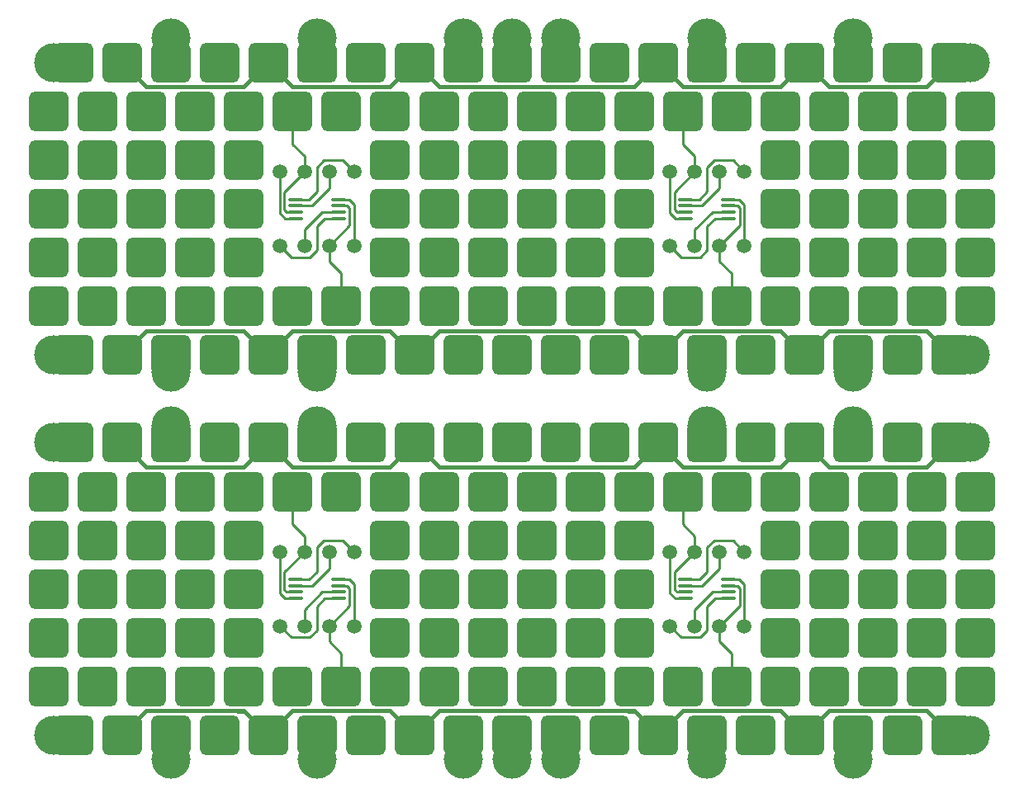
<source format=gbl>
G04*
G04 #@! TF.GenerationSoftware,Altium Limited,Altium Designer,24.6.1 (21)*
G04*
G04 Layer_Physical_Order=2*
G04 Layer_Color=16711680*
%FSLAX44Y44*%
%MOMM*%
G71*
G04*
G04 #@! TF.SameCoordinates,801A7B55-1520-438C-8D58-620F3B385FE8*
G04*
G04*
G04 #@! TF.FilePolarity,Positive*
G04*
G01*
G75*
%ADD18C,0.4500*%
%ADD19C,0.2500*%
G04:AMPARAMS|DCode=20|XSize=4mm|YSize=4mm|CornerRadius=0.5mm|HoleSize=0mm|Usage=FLASHONLY|Rotation=0.000|XOffset=0mm|YOffset=0mm|HoleType=Round|Shape=RoundedRectangle|*
%AMROUNDEDRECTD20*
21,1,4.0000,3.0000,0,0,0.0*
21,1,3.0000,4.0000,0,0,0.0*
1,1,1.0000,1.5000,-1.5000*
1,1,1.0000,-1.5000,-1.5000*
1,1,1.0000,-1.5000,1.5000*
1,1,1.0000,1.5000,1.5000*
%
%ADD20ROUNDEDRECTD20*%
%ADD21C,1.5000*%
%ADD22C,4.0000*%
G04:AMPARAMS|DCode=23|XSize=0.38mm|YSize=1.45mm|CornerRadius=0.095mm|HoleSize=0mm|Usage=FLASHONLY|Rotation=90.000|XOffset=0mm|YOffset=0mm|HoleType=Round|Shape=RoundedRectangle|*
%AMROUNDEDRECTD23*
21,1,0.3800,1.2600,0,0,90.0*
21,1,0.1900,1.4500,0,0,90.0*
1,1,0.1900,0.6300,0.0950*
1,1,0.1900,0.6300,-0.0950*
1,1,0.1900,-0.6300,-0.0950*
1,1,0.1900,-0.6300,0.0950*
%
%ADD23ROUNDEDRECTD23*%
D18*
X625000Y-125000D02*
X650000Y-150000D01*
X500000D02*
X525000Y-125000D01*
X625000D01*
X-175000D02*
X-75000D01*
X-200000Y-150000D02*
X-175000Y-125000D01*
X-75000D02*
X-50000Y-150000D01*
X-25000Y-265000D02*
X75000D01*
X-81065Y-515500D02*
X-80819Y-515746D01*
X-74254D01*
X-25000Y-515000D02*
X75000D01*
X375000Y-265000D02*
X475000D01*
X318935Y-515500D02*
X319181Y-515746D01*
X325746D01*
X375000Y-515000D02*
X475000D01*
X375000Y125000D02*
X475000D01*
X375000Y-125000D02*
X475000D01*
X650000Y-540000D02*
X670000D01*
X650000Y-240000D02*
X670000D01*
X475000Y-125000D02*
X500000Y-150000D01*
X650000D02*
X670000D01*
X650000Y150000D02*
X670000D01*
X-200000Y-240000D02*
X-175000Y-265000D01*
X-75000D01*
X-25000D02*
X75000D01*
X-50000Y-240000D02*
X-25000Y-265000D01*
X125000D02*
X325000D01*
X100000Y-240000D02*
X125000Y-265000D01*
X350000Y-240000D02*
X375000Y-265000D01*
X475000D01*
X500000Y-240000D02*
X525000Y-265000D01*
X625000D01*
X350000Y-150000D02*
X375000Y-125000D01*
X475000D01*
X325000D02*
X350000Y-150000D01*
X-25000Y-125000D02*
X75000D01*
X-50000Y-150000D02*
X-25000Y-125000D01*
X-200000Y-150000D02*
Y-150000D01*
X100000Y-150000D02*
X125000Y-125000D01*
X-200000Y-540000D02*
X-175000Y-515000D01*
X-75000D01*
X-50000Y-540000D01*
X-25000Y-515000D01*
X75000D01*
X100000Y-540000D01*
X125000Y-515000D01*
X325000D01*
X350000Y-540000D01*
X375000Y-515000D01*
X475000D01*
X500000Y-540000D01*
X525000Y-515000D01*
X625000D01*
X650000Y-540000D01*
X-75000Y-265000D02*
X-50000Y-240000D01*
X75000Y-265000D02*
X100000Y-240000D01*
X325000Y-265000D02*
X350000Y-240000D01*
X475000Y-265000D02*
X500000Y-240000D01*
X625000Y-265000D02*
X650000Y-240000D01*
X125000Y-125000D02*
X325000D01*
X75000D02*
X100000Y-150000D01*
X625000Y125000D02*
X650000Y150000D01*
X525000Y125000D02*
X625000D01*
X500000Y150000D02*
X525000Y125000D01*
X475000D02*
X500000Y150000D01*
X375000Y125000D02*
X475000D01*
X350000Y150000D02*
X375000Y125000D01*
X325000D02*
X350000Y150000D01*
X125000Y125000D02*
X325000D01*
X100000Y150000D02*
X125000Y125000D01*
X75000D02*
X100000Y150000D01*
X-25000Y125000D02*
X75000D01*
X-50000Y150000D02*
X-25000Y125000D01*
X-75000D02*
X-50000Y150000D01*
X-175000Y125000D02*
X-75000D01*
X-200000Y150000D02*
X-175000Y125000D01*
D19*
X0Y-372250D02*
Y-347500D01*
X-32750Y-399750D02*
X-22000D01*
X-38100Y-394400D02*
X-32750Y-399750D01*
X-31000Y-393250D02*
X-22000D01*
X-38100Y-394400D02*
Y-351900D01*
X-33500Y-390750D02*
X-31000Y-393250D01*
X-33500Y-372700D02*
X-12700Y-351900D01*
X-33500Y-390750D02*
Y-372700D01*
X33500Y-389250D02*
X33500Y-407300D01*
X12700Y-428100D02*
X33500Y-407300D01*
X31000Y-386750D02*
X33500Y-389250D01*
X38100Y-428100D02*
X38100Y-385600D01*
X22000Y-386750D02*
X31000Y-386750D01*
X32750Y-380250D02*
X38100Y-385600D01*
X22000Y-380250D02*
X32750Y-380250D01*
X7250Y-340250D02*
X26450D01*
X0Y-347500D02*
X7250Y-340250D01*
X26450D02*
X38100Y-351900D01*
X12700Y-443950D02*
X25000Y-456250D01*
Y-490000D02*
Y-456250D01*
X12700Y-443950D02*
Y-428100D01*
Y-428100D01*
X-12700Y-351900D02*
Y-336050D01*
X-25000Y-323750D02*
Y-290000D01*
Y-323750D02*
X-12700Y-336050D01*
X12700Y-368800D02*
Y-351900D01*
X-5250Y-386750D02*
X12700Y-368800D01*
X-22000Y-386750D02*
X-5250D01*
X-8000Y-380250D02*
X0Y-372250D01*
X-22000Y-380250D02*
X-8000D01*
X8000Y-399750D02*
X22000D01*
X0Y-407750D02*
X8000Y-399750D01*
X5250Y-393250D02*
X22000D01*
X-12700Y-411200D02*
X5250Y-393250D01*
X-12700Y-428100D02*
Y-411200D01*
X-38100Y-428100D02*
X-26450Y-439750D01*
X-7250D02*
X0Y-432500D01*
X-26450Y-439750D02*
X-7250D01*
X0Y-432500D02*
Y-407750D01*
X400000Y-372250D02*
Y-347500D01*
X367250Y-399750D02*
X378000D01*
X361900Y-394400D02*
X367250Y-399750D01*
X369000Y-393250D02*
X378000D01*
X361900Y-394400D02*
Y-351900D01*
X366500Y-390750D02*
X369000Y-393250D01*
X366500Y-372700D02*
X387300Y-351900D01*
X366500Y-390750D02*
Y-372700D01*
X433500Y-389250D02*
X433500Y-407300D01*
X412700Y-428100D02*
X433500Y-407300D01*
X431000Y-386750D02*
X433500Y-389250D01*
X438100Y-428100D02*
X438100Y-385600D01*
X422000Y-386750D02*
X431000Y-386750D01*
X432750Y-380250D02*
X438100Y-385600D01*
X422000Y-380250D02*
X432750Y-380250D01*
X407250Y-340250D02*
X426450D01*
X400000Y-347500D02*
X407250Y-340250D01*
X426450D02*
X438100Y-351900D01*
X412700Y-443950D02*
X425000Y-456250D01*
Y-490000D02*
Y-456250D01*
X412700Y-443950D02*
Y-428100D01*
Y-428100D01*
X387300Y-351900D02*
Y-336050D01*
X375000Y-323750D02*
Y-290000D01*
Y-323750D02*
X387300Y-336050D01*
X412700Y-368800D02*
Y-351900D01*
X394750Y-386750D02*
X412700Y-368800D01*
X378000Y-386750D02*
X394750D01*
X392000Y-380250D02*
X400000Y-372250D01*
X378000Y-380250D02*
X392000D01*
X408000Y-399750D02*
X422000D01*
X400000Y-407750D02*
X408000Y-399750D01*
X405250Y-393250D02*
X422000D01*
X387300Y-411200D02*
X405250Y-393250D01*
X387300Y-428100D02*
Y-411200D01*
X361900Y-428100D02*
X373550Y-439750D01*
X392750D02*
X400000Y-432500D01*
X373550Y-439750D02*
X392750D01*
X400000Y-432500D02*
Y-407750D01*
Y17750D02*
Y42500D01*
X367250Y-9750D02*
X378000D01*
X361900Y-4400D02*
X367250Y-9750D01*
X369000Y-3250D02*
X378000D01*
X361900Y-4400D02*
Y38100D01*
X366500Y-750D02*
X369000Y-3250D01*
X366500Y17300D02*
X387300Y38100D01*
X366500Y-750D02*
Y17300D01*
X433500Y750D02*
X433500Y-17300D01*
X412700Y-38100D02*
X433500Y-17300D01*
X431000Y3250D02*
X433500Y750D01*
X438100Y-38100D02*
X438100Y4400D01*
X422000Y3250D02*
X431000Y3250D01*
X432750Y9750D02*
X438100Y4400D01*
X422000Y9750D02*
X432750Y9750D01*
X407250Y49750D02*
X426450D01*
X400000Y42500D02*
X407250Y49750D01*
X426450D02*
X438100Y38100D01*
X412700Y-53950D02*
X425000Y-66250D01*
Y-100000D02*
Y-66250D01*
X412700Y-53950D02*
Y-38100D01*
Y-38100D01*
X387300Y38100D02*
Y53950D01*
X375000Y66250D02*
Y100000D01*
Y66250D02*
X387300Y53950D01*
X412700Y21200D02*
Y38100D01*
X394750Y3250D02*
X412700Y21200D01*
X378000Y3250D02*
X394750D01*
X392000Y9750D02*
X400000Y17750D01*
X378000Y9750D02*
X392000D01*
X408000Y-9750D02*
X422000D01*
X400000Y-17750D02*
X408000Y-9750D01*
X405250Y-3250D02*
X422000D01*
X387300Y-21200D02*
X405250Y-3250D01*
X387300Y-38100D02*
Y-21200D01*
X361900Y-38100D02*
X373550Y-49750D01*
X392750D02*
X400000Y-42500D01*
X373550Y-49750D02*
X392750D01*
X400000Y-42500D02*
Y-17750D01*
X0Y-42500D02*
Y-17750D01*
X-26450Y-49750D02*
X-7250D01*
X0Y-42500D01*
X-38100Y-38100D02*
X-26450Y-49750D01*
X-12700Y-38100D02*
Y-21200D01*
X5250Y-3250D01*
X22000D01*
X0Y-17750D02*
X8000Y-9750D01*
X22000D01*
X-22000Y9750D02*
X-8000D01*
X0Y17750D01*
X-22000Y3250D02*
X-5250D01*
X12700Y21200D01*
Y38100D01*
X-25000Y66250D02*
X-12700Y53950D01*
X-25000Y66250D02*
Y100000D01*
X-12700Y38100D02*
Y53950D01*
X12700Y-38100D02*
Y-38100D01*
Y-53950D02*
Y-38100D01*
X25000Y-100000D02*
Y-66250D01*
X12700Y-53950D02*
X25000Y-66250D01*
X26450Y49750D02*
X38100Y38100D01*
X0Y42500D02*
X7250Y49750D01*
X26450D01*
X22000Y9750D02*
X32750Y9750D01*
X38100Y4400D01*
X22000Y3250D02*
X31000Y3250D01*
X38100Y-38100D02*
X38100Y4400D01*
X31000Y3250D02*
X33500Y750D01*
X12700Y-38100D02*
X33500Y-17300D01*
X33500Y750D02*
X33500Y-17300D01*
X-33500Y-750D02*
Y17300D01*
X-12700Y38100D01*
X-33500Y-750D02*
X-31000Y-3250D01*
X-38100Y-4400D02*
Y38100D01*
X-31000Y-3250D02*
X-22000D01*
X-38100Y-4400D02*
X-32750Y-9750D01*
X-22000D01*
X0Y17750D02*
Y42500D01*
D20*
X475000Y-440000D02*
D03*
Y-390000D02*
D03*
Y-340000D02*
D03*
X375000Y-490000D02*
D03*
X425000D02*
D03*
X475000D02*
D03*
X325000D02*
D03*
Y-440000D02*
D03*
Y-390000D02*
D03*
Y-340000D02*
D03*
X475000Y-290000D02*
D03*
X425000D02*
D03*
X375000D02*
D03*
X325000D02*
D03*
X375000Y-100000D02*
D03*
X425000D02*
D03*
X-275000D02*
D03*
X-225000D02*
D03*
X-175000D02*
D03*
X-125000D02*
D03*
X-75000D02*
D03*
X-275000Y-50000D02*
D03*
X-225000D02*
D03*
X-175000D02*
D03*
X-125000D02*
D03*
X-75000D02*
D03*
X-275000Y0D02*
D03*
X-225000D02*
D03*
X-175000D02*
D03*
X-125000D02*
D03*
X-75000D02*
D03*
X-275000Y50000D02*
D03*
X-225000D02*
D03*
X-175000D02*
D03*
X-125000D02*
D03*
X-75000D02*
D03*
X-250000Y150000D02*
D03*
X-200000D02*
D03*
X-150000D02*
D03*
X-100000D02*
D03*
X-50000D02*
D03*
X0D02*
D03*
X50000D02*
D03*
X100000D02*
D03*
X150000D02*
D03*
X200000D02*
D03*
X250000D02*
D03*
X300000D02*
D03*
X350000D02*
D03*
X400000D02*
D03*
X450000D02*
D03*
X500000D02*
D03*
X550000D02*
D03*
X600000D02*
D03*
X650000D02*
D03*
X275000Y100000D02*
D03*
X225000D02*
D03*
X175000D02*
D03*
X125000D02*
D03*
X75000D02*
D03*
X25000D02*
D03*
X-25000D02*
D03*
X-75000D02*
D03*
X-125000D02*
D03*
X-175000D02*
D03*
X-225000D02*
D03*
X-275000D02*
D03*
X650000Y-240000D02*
D03*
Y-150000D02*
D03*
X600000D02*
D03*
X550000D02*
D03*
X500000D02*
D03*
X450000D02*
D03*
X400000D02*
D03*
X350000D02*
D03*
X300000D02*
D03*
X250000D02*
D03*
X200000D02*
D03*
X150000D02*
D03*
X100000D02*
D03*
X50000D02*
D03*
X0D02*
D03*
X-50000D02*
D03*
X-100000D02*
D03*
X-150000D02*
D03*
X-200000D02*
D03*
X-250000D02*
D03*
X75000Y-50000D02*
D03*
X125000D02*
D03*
X175000D02*
D03*
X225000D02*
D03*
X275000D02*
D03*
X75000Y0D02*
D03*
X125000D02*
D03*
X175000D02*
D03*
X225000D02*
D03*
X275000D02*
D03*
X75000Y50000D02*
D03*
X125000D02*
D03*
X175000D02*
D03*
X225000D02*
D03*
X275000D02*
D03*
X-25000Y-100000D02*
D03*
X25000D02*
D03*
X75000D02*
D03*
X125000D02*
D03*
X175000D02*
D03*
X225000D02*
D03*
X275000D02*
D03*
X575000Y-290000D02*
D03*
X525000D02*
D03*
X275000D02*
D03*
X225000D02*
D03*
X175000D02*
D03*
X125000D02*
D03*
X675000Y-440000D02*
D03*
X625000D02*
D03*
X575000D02*
D03*
X525000D02*
D03*
X275000D02*
D03*
X225000D02*
D03*
X175000D02*
D03*
X125000D02*
D03*
X675000Y-390000D02*
D03*
X625000D02*
D03*
X575000D02*
D03*
X525000D02*
D03*
X275000D02*
D03*
X225000D02*
D03*
X175000D02*
D03*
X125000D02*
D03*
X675000Y-340000D02*
D03*
X625000D02*
D03*
X575000D02*
D03*
X525000D02*
D03*
X275000D02*
D03*
X225000D02*
D03*
X175000D02*
D03*
X125000D02*
D03*
X-250000Y-240000D02*
D03*
X-200000D02*
D03*
X-150000D02*
D03*
X-100000D02*
D03*
X-50000D02*
D03*
X0D02*
D03*
X50000D02*
D03*
X100000D02*
D03*
X150000D02*
D03*
X200000D02*
D03*
X250000D02*
D03*
X300000D02*
D03*
X350000D02*
D03*
X400000D02*
D03*
X450000D02*
D03*
X500000D02*
D03*
X550000D02*
D03*
X600000D02*
D03*
X-275000Y-490000D02*
D03*
X-225000D02*
D03*
X-175000D02*
D03*
X125000D02*
D03*
X175000D02*
D03*
X225000D02*
D03*
X275000D02*
D03*
X525000D02*
D03*
X575000D02*
D03*
X625000D02*
D03*
X675000D02*
D03*
X650000Y-540000D02*
D03*
X600000D02*
D03*
X550000D02*
D03*
X500000D02*
D03*
X450000D02*
D03*
X400000D02*
D03*
X350000D02*
D03*
X300000D02*
D03*
X250000D02*
D03*
X200000D02*
D03*
X150000D02*
D03*
X100000D02*
D03*
X50000D02*
D03*
X0D02*
D03*
X-50000D02*
D03*
X-100000D02*
D03*
X-150000D02*
D03*
X-200000D02*
D03*
X-250000D02*
D03*
X-125000Y-440000D02*
D03*
X-175000D02*
D03*
X-225000D02*
D03*
X-275000D02*
D03*
X-125000Y-390000D02*
D03*
X-175000D02*
D03*
X-225000D02*
D03*
X-275000D02*
D03*
X-125000Y-340000D02*
D03*
X-175000D02*
D03*
X-225000D02*
D03*
X-275000D02*
D03*
X-125000Y-290000D02*
D03*
X-175000D02*
D03*
X-225000D02*
D03*
X-275000D02*
D03*
X675000D02*
D03*
X625000D02*
D03*
X75000Y-440000D02*
D03*
Y-390000D02*
D03*
Y-340000D02*
D03*
X-25000Y-490000D02*
D03*
X25000D02*
D03*
X75000D02*
D03*
X-75000D02*
D03*
Y-440000D02*
D03*
Y-390000D02*
D03*
Y-340000D02*
D03*
X75000Y-290000D02*
D03*
X25000D02*
D03*
X-25000D02*
D03*
X-75000D02*
D03*
X475000Y-100000D02*
D03*
X325000D02*
D03*
Y-50000D02*
D03*
Y0D02*
D03*
Y50000D02*
D03*
X475000Y100000D02*
D03*
X425000D02*
D03*
X375000D02*
D03*
X325000D02*
D03*
X475000Y50000D02*
D03*
Y0D02*
D03*
Y-50000D02*
D03*
X525000Y0D02*
D03*
Y50000D02*
D03*
X625000D02*
D03*
Y0D02*
D03*
X675000Y50000D02*
D03*
X575000D02*
D03*
Y0D02*
D03*
X675000D02*
D03*
X525000Y100000D02*
D03*
X675000D02*
D03*
X625000D02*
D03*
X575000D02*
D03*
X525000Y-50000D02*
D03*
Y-100000D02*
D03*
X675000D02*
D03*
X575000D02*
D03*
X625000D02*
D03*
X575000Y-50000D02*
D03*
X625000D02*
D03*
X675000D02*
D03*
X-125000Y-490000D02*
D03*
D21*
X438100Y38100D02*
D03*
X412700Y38100D02*
D03*
X387300Y38100D02*
D03*
X361900D02*
D03*
X438100Y-38100D02*
D03*
X412700D02*
D03*
X387300Y-38100D02*
D03*
X361900Y-38100D02*
D03*
X-38100D02*
D03*
X-12700Y-38100D02*
D03*
X12700Y-38100D02*
D03*
X38100D02*
D03*
X-38100Y38100D02*
D03*
X-12700D02*
D03*
X12700Y38100D02*
D03*
X38100Y38100D02*
D03*
Y-351900D02*
D03*
X12700Y-351900D02*
D03*
X-12700Y-351900D02*
D03*
X-38100D02*
D03*
X38100Y-428100D02*
D03*
X12700D02*
D03*
X-12700Y-428100D02*
D03*
X-38100Y-428100D02*
D03*
X438100Y-351900D02*
D03*
X412700Y-351900D02*
D03*
X387300Y-351900D02*
D03*
X361900D02*
D03*
X438100Y-428100D02*
D03*
X412700D02*
D03*
X387300Y-428100D02*
D03*
X361900Y-428100D02*
D03*
D22*
X550000Y-167500D02*
D03*
Y-222500D02*
D03*
X400000Y-167500D02*
D03*
Y-222500D02*
D03*
X-0Y-167500D02*
D03*
Y-222500D02*
D03*
X-150000Y-222500D02*
D03*
Y-167500D02*
D03*
X-270000Y-540000D02*
D03*
X670000D02*
D03*
X-150000Y-565000D02*
D03*
X0D02*
D03*
X550000D02*
D03*
X400000D02*
D03*
X150000D02*
D03*
X250000D02*
D03*
X200000D02*
D03*
X-270000Y-240000D02*
D03*
X670000D02*
D03*
Y-150000D02*
D03*
X200000Y175000D02*
D03*
X250000D02*
D03*
X150000D02*
D03*
X400000D02*
D03*
X550000D02*
D03*
X0D02*
D03*
X-150000D02*
D03*
X-270000Y-150000D02*
D03*
X670000Y150000D02*
D03*
X-270000D02*
D03*
D23*
X22000Y-380250D02*
D03*
X22000Y-386750D02*
D03*
Y-393250D02*
D03*
Y-399750D02*
D03*
X-22000Y-380250D02*
D03*
X-22000Y-386750D02*
D03*
X-22000Y-393250D02*
D03*
X-22000Y-399750D02*
D03*
X422000Y-380250D02*
D03*
X422000Y-386750D02*
D03*
Y-393250D02*
D03*
Y-399750D02*
D03*
X378000Y-380250D02*
D03*
X378000Y-386750D02*
D03*
X378000Y-393250D02*
D03*
X378000Y-399750D02*
D03*
X422000Y9750D02*
D03*
X422000Y3250D02*
D03*
Y-3250D02*
D03*
Y-9750D02*
D03*
X378000Y9750D02*
D03*
X378000Y3250D02*
D03*
X378000Y-3250D02*
D03*
X378000Y-9750D02*
D03*
X-22000D02*
D03*
X-22000Y-3250D02*
D03*
X-22000Y3250D02*
D03*
X-22000Y9750D02*
D03*
X22000Y-9750D02*
D03*
Y-3250D02*
D03*
Y3250D02*
D03*
X22000Y9750D02*
D03*
M02*

</source>
